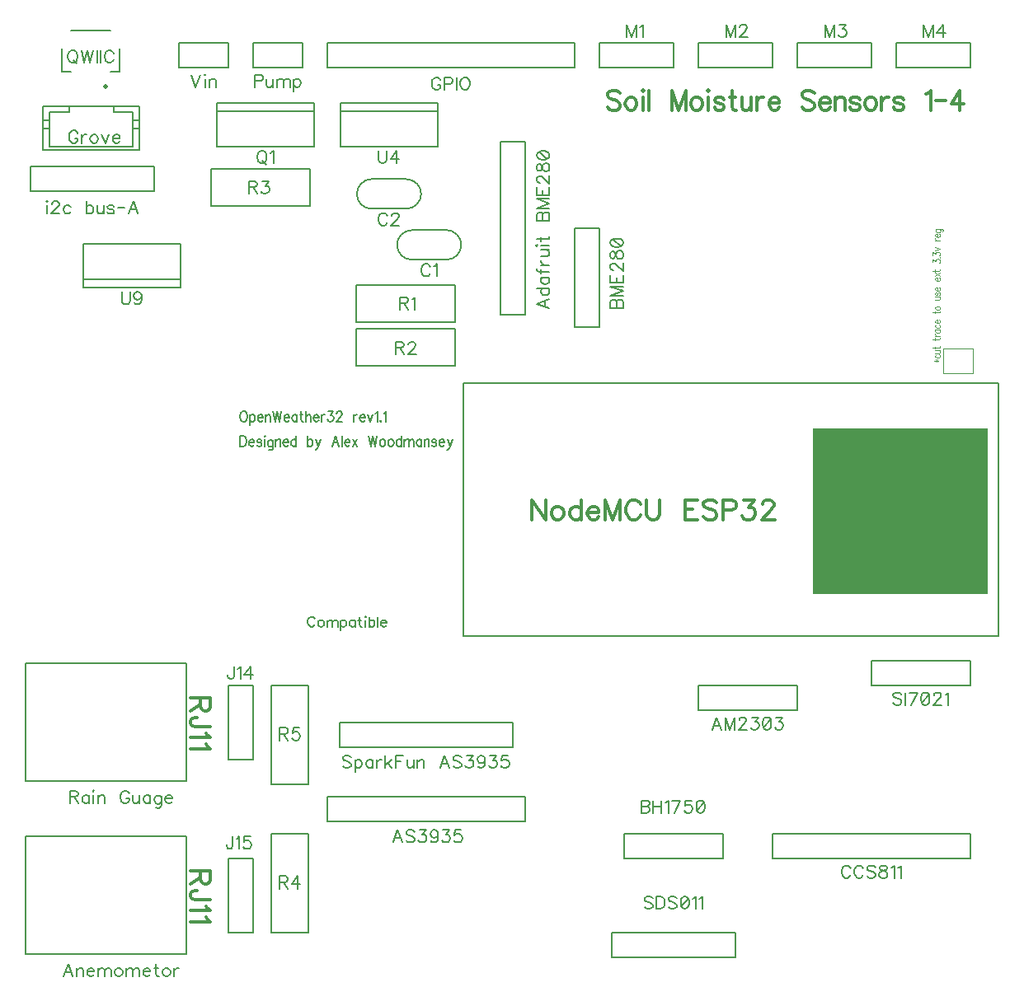
<source format=gto>
G04 DipTrace 3.3.1.3*
G04 TopSilk.GTO*
%MOIN*%
G04 #@! TF.FileFunction,Legend,Top*
G04 #@! TF.Part,Single*
%ADD10C,0.007874*%
%ADD17C,0.003937*%
%ADD21C,0.019704*%
%ADD68C,0.00772*%
%ADD69C,0.012351*%
%ADD72C,0.006176*%
%ADD73C,0.003281*%
%FSLAX26Y26*%
G04*
G70*
G90*
G75*
G01*
G04 TopSilk*
%LPD*%
X634240Y3850005D2*
D10*
X834264D1*
Y3750000D1*
X634240D1*
Y3850005D1*
X1716692Y3091251D2*
X1576812D1*
X1716692Y2971251D2*
X1576812D1*
Y3091251D2*
G03X1576812Y2971251I-60J-60000D01*
G01*
X1716692D2*
G03X1716692Y3091251I60J60000D01*
G01*
X1414312Y3177500D2*
X1554192D1*
X1414312Y3297500D2*
X1554192D1*
Y3177500D2*
G03X1554192Y3297500I60J60000D01*
G01*
X1414312D2*
G03X1414312Y3177500I-60J-60000D01*
G01*
X160328Y3826044D2*
Y3731555D1*
X199709D2*
X160328D1*
X396561Y3826044D2*
Y3731555D1*
X357180D1*
Y3898857D2*
X199709D1*
D21*
X337503Y3672484D3*
X85728Y3591929D2*
D10*
X475492D1*
Y3414764D1*
X85728D1*
Y3591929D1*
X190068D2*
Y3568313D1*
X111336D1*
Y3430514D1*
X449885D1*
Y3568313D2*
Y3430514D1*
X371152Y3568313D2*
X449885D1*
X371152Y3591929D2*
Y3568313D1*
X85728Y3534846D2*
X111336D1*
X85728Y3503346D2*
X111336D1*
X449885Y3534846D2*
X475492D1*
X449885Y3503346D2*
X475492D1*
X934240Y3850005D2*
X1134264D1*
Y3750000D1*
X934240D1*
Y3850005D1*
X2384230Y250002D2*
X2884274D1*
Y150000D1*
X2384230D1*
Y250002D1*
X1234289Y800002D2*
X2034215D1*
Y700000D1*
X1234289D1*
Y800002D1*
X1984253Y999998D2*
X1284251D1*
Y1100000D1*
X1984253D1*
Y999998D1*
X3034289Y650002D2*
X3834215D1*
Y550000D1*
X3034289D1*
Y650002D1*
X2734234Y1250005D2*
X3134270D1*
Y1150000D1*
X2734234D1*
Y1250005D1*
X2433988Y650005D2*
X2834023D1*
Y550000D1*
X2433988D1*
Y650005D1*
X3434234Y1350005D2*
X3834270D1*
Y1250000D1*
X3434234D1*
Y1350005D1*
X2034254Y3450001D2*
X1934252D1*
Y2749999D1*
X2034254D1*
Y3450001D1*
X2334257Y3100018D2*
X2234252D1*
Y2699982D1*
X2334257D1*
Y3100018D1*
X2234272Y3749998D2*
X1234232D1*
Y3850000D1*
X2234272D1*
Y3749998D1*
X834247Y950019D2*
X934252D1*
Y1249981D1*
X834247D1*
Y950019D1*
Y250019D2*
X934252D1*
Y549981D1*
X834247D1*
Y250019D1*
X34230Y3350002D2*
X534274D1*
Y3250000D1*
X34230D1*
Y3350002D1*
X2334271Y3850005D2*
X2634233D1*
Y3750000D1*
X2334271D1*
Y3850005D1*
X2734271D2*
X3034233D1*
Y3750000D1*
X2734271D1*
Y3850005D1*
X3134271D2*
X3434233D1*
Y3750000D1*
X3134271D1*
Y3850005D1*
X3534271D2*
X3834233D1*
Y3750000D1*
X3534271D1*
Y3850005D1*
X787402Y3606299D2*
X1181102D1*
Y3429134D1*
X787402D1*
Y3606299D1*
Y3570866D2*
X1181102D1*
X1753333Y2718751D2*
X1352673D1*
Y2868751D2*
Y2718751D1*
X1753333Y2868751D2*
X1352673D1*
X1753333D2*
Y2718751D1*
X1352682Y2693749D2*
X1753323D1*
Y2543749D2*
Y2693749D1*
X1352682Y2543749D2*
X1753323D1*
X1352682D2*
Y2693749D1*
X1165831Y3187500D2*
X765171D1*
Y3337500D2*
Y3187500D1*
X1165831Y3337500D2*
X765171D1*
X1165831D2*
Y3187500D1*
X1009252Y249670D2*
Y650330D1*
X1159252D2*
X1009252D1*
X1159252Y249670D2*
Y650330D1*
Y249670D2*
X1009252D1*
X1159252Y1250330D2*
Y849670D1*
X1009252D2*
X1159252D1*
X1009252Y1250330D2*
Y849670D1*
Y1250330D2*
X1159252D1*
X664208Y637567D2*
X14213D1*
Y162356D1*
X664208D1*
Y637567D1*
Y1337567D2*
X14213D1*
Y862356D1*
X664208D1*
Y1337567D1*
X1784252Y2473622D2*
X3949606D1*
Y1450000D1*
X1784252D1*
Y2473622D1*
G36*
X3196713Y2288039D2*
X3905433D1*
Y1618795D1*
X3196713D1*
Y2288039D1*
G37*
X1287402Y3606299D2*
D10*
X1681102D1*
Y3429134D1*
X1287402D1*
Y3606299D1*
Y3570866D2*
X1681102D1*
X640601Y2858071D2*
X246900D1*
Y3035236D1*
X640601D1*
Y2858071D1*
Y2893504D2*
X246900D1*
X3725000Y2612500D2*
D17*
X3843751D1*
Y2512500D1*
X3725000D1*
Y2612500D1*
X684131Y3720541D2*
D68*
X703254Y3670301D1*
X722378Y3720541D1*
X737817D2*
X740193Y3718165D1*
X742625Y3720541D1*
X740193Y3722973D1*
X737817Y3720541D1*
X740193Y3703795D2*
Y3670301D1*
X758065Y3703795D2*
Y3670301D1*
Y3694233D2*
X765250Y3701418D1*
X770058Y3703795D1*
X777188D1*
X781996Y3701418D1*
X784373Y3694233D1*
Y3670301D1*
X1650971Y2942354D2*
X1648594Y2947107D1*
X1643786Y2951915D1*
X1639032Y2954292D1*
X1629471D1*
X1624662Y2951915D1*
X1619909Y2947107D1*
X1617477Y2942354D1*
X1615101Y2935169D1*
Y2923175D1*
X1617477Y2916045D1*
X1619909Y2911237D1*
X1624662Y2906484D1*
X1629471Y2904052D1*
X1639032D1*
X1643786Y2906484D1*
X1648594Y2911237D1*
X1650971Y2916045D1*
X1666410Y2944675D2*
X1671218Y2947107D1*
X1678403Y2954237D1*
Y2904052D1*
X1477721Y3148603D2*
X1475344Y3153356D1*
X1470536Y3158165D1*
X1465782Y3160541D1*
X1456221D1*
X1451412Y3158165D1*
X1446659Y3153356D1*
X1444227Y3148603D1*
X1441851Y3141418D1*
Y3129425D1*
X1444227Y3122295D1*
X1446659Y3117486D1*
X1451412Y3112733D1*
X1456221Y3110301D1*
X1465782D1*
X1470536Y3112733D1*
X1475344Y3117486D1*
X1477721Y3122295D1*
X1495592Y3148548D2*
Y3150924D1*
X1497968Y3155733D1*
X1500345Y3158109D1*
X1505153Y3160486D1*
X1514715D1*
X1519468Y3158109D1*
X1521845Y3155733D1*
X1524277Y3150924D1*
Y3146171D1*
X1521845Y3141363D1*
X1517092Y3134233D1*
X1493160Y3110301D1*
X1526653D1*
X200919Y3819076D2*
X196166Y3816754D1*
X191357Y3811946D1*
X188981Y3807138D1*
X186549Y3799953D1*
Y3788014D1*
X188981Y3780829D1*
X191357Y3776076D1*
X196166Y3771268D1*
X200919Y3768891D1*
X210481D1*
X215289Y3771268D1*
X220042Y3776076D1*
X222419Y3780829D1*
X224851Y3788014D1*
Y3799953D1*
X222419Y3807138D1*
X220042Y3811946D1*
X215289Y3816754D1*
X210481Y3819076D1*
X200919D1*
X208104Y3778453D2*
X222419Y3764083D1*
X240290Y3819076D2*
X252283Y3768836D1*
X264222Y3819076D1*
X276160Y3768836D1*
X288153Y3819076D1*
X303593D2*
Y3768836D1*
X319032Y3819076D2*
Y3768836D1*
X370341Y3807138D2*
X367964Y3811891D1*
X363156Y3816699D1*
X358403Y3819076D1*
X348841D1*
X344033Y3816699D1*
X339279Y3811891D1*
X336848Y3807138D1*
X334471Y3799953D1*
Y3787959D1*
X336848Y3780829D1*
X339279Y3776021D1*
X344033Y3771268D1*
X348841Y3768836D1*
X358403D1*
X363156Y3771268D1*
X367964Y3776021D1*
X370341Y3780829D1*
X226334Y3482040D2*
X223958Y3486794D1*
X219149Y3491602D1*
X214396Y3493979D1*
X204834D1*
X200026Y3491602D1*
X195273Y3486794D1*
X192841Y3482040D1*
X190464Y3474855D1*
Y3462862D1*
X192841Y3455732D1*
X195273Y3450924D1*
X200026Y3446171D1*
X204834Y3443739D1*
X214396D1*
X219149Y3446171D1*
X223958Y3450924D1*
X226334Y3455732D1*
Y3462862D1*
X214396D1*
X241773Y3477232D2*
Y3443739D1*
Y3462862D2*
X244205Y3470047D1*
X248958Y3474855D1*
X253767Y3477232D1*
X260952D1*
X288329D2*
X283576Y3474855D1*
X278768Y3470047D1*
X276391Y3462862D1*
Y3458109D1*
X278768Y3450924D1*
X283576Y3446171D1*
X288329Y3443739D1*
X295514D1*
X300323Y3446171D1*
X305076Y3450924D1*
X307508Y3458109D1*
Y3462862D1*
X305076Y3470047D1*
X300323Y3474855D1*
X295514Y3477232D1*
X288329D1*
X322947D2*
X337317Y3443739D1*
X351632Y3477232D1*
X367071Y3462862D2*
X395756D1*
Y3467670D1*
X393380Y3472479D1*
X391003Y3474855D1*
X386195Y3477232D1*
X379010D1*
X374256Y3474855D1*
X369448Y3470047D1*
X367071Y3462862D1*
Y3458109D1*
X369448Y3450924D1*
X374256Y3446171D1*
X379010Y3443739D1*
X386195D1*
X391003Y3446171D1*
X395756Y3450924D1*
X940486Y3694233D2*
X962041D1*
X969171Y3696610D1*
X971603Y3699041D1*
X973980Y3703795D1*
Y3710980D1*
X971603Y3715733D1*
X969171Y3718165D1*
X962041Y3720541D1*
X940486D1*
Y3670301D1*
X989419Y3703795D2*
Y3679863D1*
X991795Y3672733D1*
X996604Y3670301D1*
X1003789D1*
X1008542Y3672733D1*
X1015727Y3679863D1*
Y3703795D2*
Y3670301D1*
X1031166Y3703795D2*
Y3670301D1*
Y3694233D2*
X1038351Y3701418D1*
X1043160Y3703795D1*
X1050290D1*
X1055098Y3701418D1*
X1057475Y3694233D1*
Y3670301D1*
Y3694233D2*
X1064660Y3701418D1*
X1069468Y3703795D1*
X1076598D1*
X1081406Y3701418D1*
X1083838Y3694233D1*
Y3670301D1*
X1099278Y3703795D2*
Y3653555D1*
Y3696610D2*
X1104086Y3701363D1*
X1108839Y3703795D1*
X1116024D1*
X1120833Y3701363D1*
X1125586Y3696610D1*
X1128018Y3689425D1*
Y3684616D1*
X1125586Y3677486D1*
X1120833Y3672678D1*
X1116024Y3670301D1*
X1108839D1*
X1104086Y3672678D1*
X1099278Y3677486D1*
X2550167Y388356D2*
X2545414Y393165D1*
X2538229Y395541D1*
X2528667D1*
X2521482Y393165D1*
X2516674Y388356D1*
Y383603D1*
X2519106Y378795D1*
X2521482Y376418D1*
X2526235Y374041D1*
X2540605Y369233D1*
X2545414Y366856D1*
X2547790Y364425D1*
X2550167Y359671D1*
Y352486D1*
X2545414Y347733D1*
X2538229Y345301D1*
X2528667D1*
X2521482Y347733D1*
X2516674Y352486D1*
X2565606Y395541D2*
Y345301D1*
X2582353D1*
X2589538Y347733D1*
X2594346Y352486D1*
X2596723Y357295D1*
X2599100Y364425D1*
Y376418D1*
X2596723Y383603D1*
X2594346Y388356D1*
X2589538Y393165D1*
X2582353Y395541D1*
X2565606D1*
X2648032Y388356D2*
X2643279Y393165D1*
X2636094Y395541D1*
X2626532D1*
X2619347Y393165D1*
X2614539Y388356D1*
Y383603D1*
X2616971Y378795D1*
X2619347Y376418D1*
X2624100Y374041D1*
X2638471Y369233D1*
X2643279Y366856D1*
X2645656Y364425D1*
X2648032Y359671D1*
Y352486D1*
X2643279Y347733D1*
X2636094Y345301D1*
X2626532D1*
X2619347Y347733D1*
X2614539Y352486D1*
X2677842Y395486D2*
X2670656Y393109D1*
X2665848Y385924D1*
X2663471Y373986D1*
Y366801D1*
X2665848Y354863D1*
X2670656Y347678D1*
X2677842Y345301D1*
X2682595D1*
X2689780Y347678D1*
X2694533Y354863D1*
X2696965Y366801D1*
Y373986D1*
X2694533Y385924D1*
X2689780Y393109D1*
X2682595Y395486D1*
X2677842D1*
X2694533Y385924D2*
X2665848Y354863D1*
X2712404Y385924D2*
X2717212Y388356D1*
X2724398Y395486D1*
Y345301D1*
X2739837Y385924D2*
X2744645Y388356D1*
X2751830Y395486D1*
Y345301D1*
X1538509Y614051D2*
X1519331Y664291D1*
X1500207Y614051D1*
X1507392Y630797D2*
X1531324D1*
X1587442Y657106D2*
X1582688Y661914D1*
X1575503Y664291D1*
X1565942D1*
X1558757Y661914D1*
X1553948Y657106D1*
Y652352D1*
X1556380Y647544D1*
X1558757Y645167D1*
X1563510Y642791D1*
X1577880Y637982D1*
X1582688Y635606D1*
X1585065Y633174D1*
X1587442Y628421D1*
Y621236D1*
X1582688Y616483D1*
X1575503Y614051D1*
X1565942D1*
X1558757Y616483D1*
X1553948Y621236D1*
X1607689Y664235D2*
X1633942D1*
X1619628Y645112D1*
X1626813D1*
X1631566Y642736D1*
X1633942Y640359D1*
X1636374Y633174D1*
Y628421D1*
X1633942Y621236D1*
X1629189Y616427D1*
X1622004Y614051D1*
X1614819D1*
X1607689Y616427D1*
X1605313Y618859D1*
X1602881Y623612D1*
X1682930Y647544D2*
X1680498Y640359D1*
X1675745Y635550D1*
X1668560Y633174D1*
X1666184D1*
X1658998Y635550D1*
X1654245Y640359D1*
X1651813Y647544D1*
Y649921D1*
X1654245Y657106D1*
X1658998Y661859D1*
X1666184Y664235D1*
X1668560D1*
X1675745Y661859D1*
X1680498Y657106D1*
X1682930Y647544D1*
Y635550D1*
X1680498Y623612D1*
X1675745Y616427D1*
X1668560Y614051D1*
X1663807D1*
X1656622Y616427D1*
X1654245Y621236D1*
X1703178Y664235D2*
X1729431D1*
X1715116Y645112D1*
X1722301D1*
X1727054Y642736D1*
X1729431Y640359D1*
X1731863Y633174D1*
Y628421D1*
X1729431Y621236D1*
X1724678Y616427D1*
X1717493Y614051D1*
X1710308D1*
X1703178Y616427D1*
X1700801Y618859D1*
X1698369Y623612D1*
X1775987Y664235D2*
X1752110D1*
X1749734Y642736D1*
X1752110Y645112D1*
X1759296Y647544D1*
X1766425D1*
X1773610Y645112D1*
X1778419Y640359D1*
X1780795Y633174D1*
Y628421D1*
X1778419Y621236D1*
X1773610Y616427D1*
X1766425Y614051D1*
X1759296D1*
X1752110Y616427D1*
X1749734Y618859D1*
X1747302Y623612D1*
X1331325Y958435D2*
X1326571Y963243D1*
X1319386Y965620D1*
X1309825D1*
X1302640Y963243D1*
X1297831Y958435D1*
Y953682D1*
X1300263Y948873D1*
X1302640Y946497D1*
X1307393Y944120D1*
X1321763Y939312D1*
X1326571Y936935D1*
X1328948Y934503D1*
X1331325Y929750D1*
Y922565D1*
X1326571Y917812D1*
X1319386Y915380D1*
X1309825D1*
X1302640Y917812D1*
X1297831Y922565D1*
X1346764Y948873D2*
Y898633D1*
Y941688D2*
X1351572Y946442D1*
X1356325Y948873D1*
X1363510D1*
X1368319Y946442D1*
X1373072Y941688D1*
X1375504Y934503D1*
Y929695D1*
X1373072Y922565D1*
X1368319Y917757D1*
X1363510Y915380D1*
X1356325D1*
X1351572Y917757D1*
X1346764Y922565D1*
X1419628Y948873D2*
Y915380D1*
Y941688D2*
X1414875Y946497D1*
X1410066Y948873D1*
X1402937D1*
X1398128Y946497D1*
X1393375Y941688D1*
X1390943Y934503D1*
Y929750D1*
X1393375Y922565D1*
X1398128Y917812D1*
X1402937Y915380D1*
X1410066D1*
X1414875Y917812D1*
X1419628Y922565D1*
X1435067Y948873D2*
Y915380D1*
Y934503D2*
X1437499Y941688D1*
X1442252Y946497D1*
X1447061Y948873D1*
X1454246D1*
X1469685Y965620D2*
Y915380D1*
X1493617Y948873D2*
X1469685Y924942D1*
X1479247Y934503D2*
X1495993Y915380D1*
X1542549Y965620D2*
X1511433D1*
Y915380D1*
Y941688D2*
X1530556D1*
X1557989Y948873D2*
Y924942D1*
X1560365Y917812D1*
X1565174Y915380D1*
X1572359D1*
X1577112Y917812D1*
X1584297Y924942D1*
Y948873D2*
Y915380D1*
X1599736Y948873D2*
Y915380D1*
Y939312D2*
X1606921Y946497D1*
X1611730Y948873D1*
X1618859D1*
X1623668Y946497D1*
X1626044Y939312D1*
Y915380D1*
X1728386D2*
X1709208Y965620D1*
X1690085Y915380D1*
X1697270Y932127D2*
X1721201D1*
X1777319Y958435D2*
X1772566Y963243D1*
X1765381Y965620D1*
X1755819D1*
X1748634Y963243D1*
X1743826Y958435D1*
Y953682D1*
X1746258Y948873D1*
X1748634Y946497D1*
X1753387Y944120D1*
X1767757Y939312D1*
X1772566Y936935D1*
X1774942Y934503D1*
X1777319Y929750D1*
Y922565D1*
X1772566Y917812D1*
X1765381Y915380D1*
X1755819D1*
X1748634Y917812D1*
X1743826Y922565D1*
X1797567Y965565D2*
X1823820D1*
X1809505Y946442D1*
X1816690D1*
X1821443Y944065D1*
X1823820Y941688D1*
X1826252Y934503D1*
Y929750D1*
X1823820Y922565D1*
X1819067Y917757D1*
X1811882Y915380D1*
X1804696D1*
X1797567Y917757D1*
X1795190Y920188D1*
X1792758Y924942D1*
X1872808Y948873D2*
X1870376Y941688D1*
X1865623Y936880D1*
X1858438Y934503D1*
X1856061D1*
X1848876Y936880D1*
X1844123Y941688D1*
X1841691Y948873D1*
Y951250D1*
X1844123Y958435D1*
X1848876Y963188D1*
X1856061Y965565D1*
X1858438D1*
X1865623Y963188D1*
X1870376Y958435D1*
X1872808Y948873D1*
Y936880D1*
X1870376Y924942D1*
X1865623Y917757D1*
X1858438Y915380D1*
X1853684D1*
X1846499Y917757D1*
X1844123Y922565D1*
X1893055Y965565D2*
X1919308D1*
X1904994Y946442D1*
X1912179D1*
X1916932Y944065D1*
X1919308Y941688D1*
X1921740Y934503D1*
Y929750D1*
X1919308Y922565D1*
X1914555Y917757D1*
X1907370Y915380D1*
X1900185D1*
X1893055Y917757D1*
X1890679Y920188D1*
X1888247Y924942D1*
X1965864Y965565D2*
X1941988D1*
X1939611Y944065D1*
X1941988Y946442D1*
X1949173Y948873D1*
X1956303D1*
X1963488Y946442D1*
X1968296Y941688D1*
X1970673Y934503D1*
Y929750D1*
X1968296Y922565D1*
X1963488Y917757D1*
X1956303Y915380D1*
X1949173D1*
X1941988Y917757D1*
X1939611Y920188D1*
X1937179Y924942D1*
X3350195Y508603D2*
X3347818Y513356D1*
X3343010Y518165D1*
X3338256Y520541D1*
X3328695D1*
X3323886Y518165D1*
X3319133Y513356D1*
X3316701Y508603D1*
X3314325Y501418D1*
Y489425D1*
X3316701Y482295D1*
X3319133Y477486D1*
X3323886Y472733D1*
X3328695Y470301D1*
X3338256D1*
X3343010Y472733D1*
X3347818Y477486D1*
X3350195Y482295D1*
X3401504Y508603D2*
X3399127Y513356D1*
X3394319Y518165D1*
X3389566Y520541D1*
X3380004D1*
X3375196Y518165D1*
X3370442Y513356D1*
X3368010Y508603D1*
X3365634Y501418D1*
Y489425D1*
X3368010Y482295D1*
X3370442Y477486D1*
X3375196Y472733D1*
X3380004Y470301D1*
X3389566D1*
X3394319Y472733D1*
X3399127Y477486D1*
X3401504Y482295D1*
X3450436Y513356D2*
X3445683Y518165D1*
X3438498Y520541D1*
X3428937D1*
X3421752Y518165D1*
X3416943Y513356D1*
Y508603D1*
X3419375Y503795D1*
X3421752Y501418D1*
X3426505Y499041D1*
X3440875Y494233D1*
X3445683Y491856D1*
X3448060Y489425D1*
X3450436Y484671D1*
Y477486D1*
X3445683Y472733D1*
X3438498Y470301D1*
X3428937D1*
X3421752Y472733D1*
X3416943Y477486D1*
X3477814Y520486D2*
X3470684Y518109D1*
X3468252Y513356D1*
Y508548D1*
X3470684Y503795D1*
X3475437Y501363D1*
X3484999Y498986D1*
X3492184Y496610D1*
X3496937Y491801D1*
X3499314Y487048D1*
Y479863D1*
X3496937Y475110D1*
X3494561Y472678D1*
X3487376Y470301D1*
X3477814D1*
X3470684Y472678D1*
X3468252Y475110D1*
X3465876Y479863D1*
Y487048D1*
X3468252Y491801D1*
X3473061Y496610D1*
X3480190Y498986D1*
X3489752Y501363D1*
X3494561Y503795D1*
X3496937Y508548D1*
Y513356D1*
X3494561Y518109D1*
X3487376Y520486D1*
X3477814D1*
X3514753Y510924D2*
X3519561Y513356D1*
X3526746Y520486D1*
Y470301D1*
X3542186Y510924D2*
X3546994Y513356D1*
X3554179Y520486D1*
Y470301D1*
X2828695Y1070301D2*
X2809516Y1120541D1*
X2790393Y1070301D1*
X2797578Y1087048D2*
X2821510D1*
X2882381Y1070301D2*
Y1120541D1*
X2863257Y1070301D1*
X2844134Y1120541D1*
Y1070301D1*
X2900252Y1108548D2*
Y1110924D1*
X2902628Y1115733D1*
X2905005Y1118109D1*
X2909813Y1120486D1*
X2919375D1*
X2924128Y1118109D1*
X2926505Y1115733D1*
X2928937Y1110924D1*
Y1106171D1*
X2926505Y1101363D1*
X2921752Y1094233D1*
X2897820Y1070301D1*
X2931313D1*
X2951561Y1120486D2*
X2977814D1*
X2963499Y1101363D1*
X2970684D1*
X2975437Y1098986D1*
X2977814Y1096610D1*
X2980246Y1089425D1*
Y1084671D1*
X2977814Y1077486D1*
X2973061Y1072678D1*
X2965876Y1070301D1*
X2958691D1*
X2951561Y1072678D1*
X2949184Y1075110D1*
X2946752Y1079863D1*
X3010055Y1120486D2*
X3002870Y1118109D1*
X2998062Y1110924D1*
X2995685Y1098986D1*
Y1091801D1*
X2998062Y1079863D1*
X3002870Y1072678D1*
X3010055Y1070301D1*
X3014808D1*
X3021993Y1072678D1*
X3026746Y1079863D1*
X3029178Y1091801D1*
Y1098986D1*
X3026746Y1110924D1*
X3021993Y1118109D1*
X3014808Y1120486D1*
X3010055D1*
X3026746Y1110924D2*
X2998062Y1079863D1*
X3049426Y1120486D2*
X3075679D1*
X3061364Y1101363D1*
X3068549D1*
X3073302Y1098986D1*
X3075679Y1096610D1*
X3078111Y1089425D1*
Y1084671D1*
X3075679Y1077486D1*
X3070926Y1072678D1*
X3063741Y1070301D1*
X3056556D1*
X3049426Y1072678D1*
X3047049Y1075110D1*
X3044618Y1079863D1*
X2503806Y783854D2*
Y733614D1*
X2525361D1*
X2532546Y736046D1*
X2534922Y738423D1*
X2537299Y743176D1*
Y750361D1*
X2534922Y755169D1*
X2532546Y757546D1*
X2525361Y759923D1*
X2532546Y762354D1*
X2534922Y764731D1*
X2537299Y769484D1*
Y774293D1*
X2534922Y779046D1*
X2532546Y781478D1*
X2525361Y783854D1*
X2503806D1*
Y759923D2*
X2525361D1*
X2552738Y783854D2*
Y733614D1*
X2586232Y783854D2*
Y733614D1*
X2552738Y759923D2*
X2586232D1*
X2601671Y774237D2*
X2606479Y776669D1*
X2613664Y783799D1*
Y733614D1*
X2638665D2*
X2662597Y783799D1*
X2629104D1*
X2706721D2*
X2682845D1*
X2680468Y762299D1*
X2682845Y764676D1*
X2690030Y767108D1*
X2697159D1*
X2704344Y764676D1*
X2709153Y759923D1*
X2711529Y752738D1*
Y747984D1*
X2709153Y740799D1*
X2704344Y735991D1*
X2697159Y733614D1*
X2690030D1*
X2682845Y735991D1*
X2680468Y738423D1*
X2678036Y743176D1*
X2741339Y783799D2*
X2734154Y781422D1*
X2729345Y774237D1*
X2726969Y762299D1*
Y755114D1*
X2729345Y743176D1*
X2734154Y735991D1*
X2741339Y733614D1*
X2746092D1*
X2753277Y735991D1*
X2758030Y743176D1*
X2760462Y755114D1*
Y762299D1*
X2758030Y774237D1*
X2753277Y781422D1*
X2746092Y783799D1*
X2741339D1*
X2758030Y774237D2*
X2729345Y743176D1*
X3556164Y1213356D2*
X3551411Y1218165D1*
X3544226Y1220541D1*
X3534664D1*
X3527479Y1218165D1*
X3522670Y1213356D1*
Y1208603D1*
X3525102Y1203795D1*
X3527479Y1201418D1*
X3532232Y1199041D1*
X3546602Y1194233D1*
X3551411Y1191856D1*
X3553787Y1189425D1*
X3556164Y1184671D1*
Y1177486D1*
X3551411Y1172733D1*
X3544226Y1170301D1*
X3534664D1*
X3527479Y1172733D1*
X3522670Y1177486D1*
X3571603Y1220541D2*
Y1170301D1*
X3596604D2*
X3620536Y1220486D1*
X3587042D1*
X3650345D2*
X3643160Y1218109D1*
X3638351Y1210924D1*
X3635975Y1198986D1*
Y1191801D1*
X3638351Y1179863D1*
X3643160Y1172678D1*
X3650345Y1170301D1*
X3655098D1*
X3662283Y1172678D1*
X3667036Y1179863D1*
X3669468Y1191801D1*
Y1198986D1*
X3667036Y1210924D1*
X3662283Y1218109D1*
X3655098Y1220486D1*
X3650345D1*
X3667036Y1210924D2*
X3638351Y1179863D1*
X3687339Y1208548D2*
Y1210924D1*
X3689716Y1215733D1*
X3692092Y1218109D1*
X3696901Y1220486D1*
X3706463D1*
X3711216Y1218109D1*
X3713592Y1215733D1*
X3716024Y1210924D1*
Y1206171D1*
X3713592Y1201363D1*
X3708839Y1194233D1*
X3684907Y1170301D1*
X3718401D1*
X3733840Y1210924D2*
X3738648Y1213356D1*
X3745834Y1220486D1*
Y1170301D1*
X2132479Y2812201D2*
X2082239Y2793022D1*
X2132479Y2773899D1*
X2115732Y2781084D2*
Y2805016D1*
X2082239Y2856325D2*
X2132479D1*
X2106171D2*
X2101362Y2851572D1*
X2098986Y2846763D1*
Y2839578D1*
X2101362Y2834825D1*
X2106171Y2830017D1*
X2113356Y2827640D1*
X2118109D1*
X2125294Y2830017D1*
X2130047Y2834825D1*
X2132479Y2839578D1*
Y2846763D1*
X2130047Y2851572D1*
X2125294Y2856325D1*
X2098986Y2900449D2*
X2132479D1*
X2106171D2*
X2101362Y2895696D1*
X2098986Y2890887D1*
Y2883758D1*
X2101362Y2878949D1*
X2106171Y2874196D1*
X2113356Y2871764D1*
X2118109D1*
X2125294Y2874196D1*
X2130047Y2878949D1*
X2132479Y2883758D1*
Y2890887D1*
X2130047Y2895696D1*
X2125294Y2900449D1*
X2082239Y2935012D2*
Y2930258D1*
X2084616Y2925450D1*
X2091801Y2923073D1*
X2132479D1*
X2098986Y2915888D2*
Y2932635D1*
Y2950451D2*
X2132479D1*
X2113356D2*
X2106171Y2952883D1*
X2101362Y2957636D1*
X2098986Y2962444D1*
Y2969629D1*
Y2985069D2*
X2122917D1*
X2130047Y2987445D1*
X2132479Y2992254D1*
Y2999439D1*
X2130047Y3004192D1*
X2122917Y3011377D1*
X2098986D2*
X2132479D1*
X2082239Y3026816D2*
X2084615Y3029193D1*
X2082239Y3031625D1*
X2079807Y3029193D1*
X2082239Y3026816D1*
X2098986Y3029193D2*
X2132479D1*
X2082239Y3054249D2*
X2122917D1*
X2130047Y3056625D1*
X2132479Y3061434D1*
Y3066187D1*
X2098986Y3047064D2*
Y3063810D1*
X2082239Y3130227D2*
X2132479D1*
Y3151782D1*
X2130047Y3158967D1*
X2127670Y3161344D1*
X2122917Y3163721D1*
X2115732D1*
X2110924Y3161344D1*
X2108547Y3158967D1*
X2106171Y3151782D1*
X2103739Y3158967D1*
X2101362Y3161344D1*
X2096609Y3163721D1*
X2091801D1*
X2087047Y3161344D1*
X2084615Y3158967D1*
X2082239Y3151782D1*
Y3130227D1*
X2106171D2*
Y3151782D1*
X2132479Y3217406D2*
X2082239D1*
X2132479Y3198283D1*
X2082239Y3179160D1*
X2132479D1*
X2082239Y3263907D2*
Y3232846D1*
X2132479D1*
Y3263907D1*
X2106171Y3232846D2*
Y3251969D1*
X2094232Y3281778D2*
X2091856D1*
X2087047Y3284155D1*
X2084671Y3286531D1*
X2082294Y3291340D1*
Y3300901D1*
X2084671Y3305655D1*
X2087047Y3308031D1*
X2091856Y3310463D1*
X2096609D1*
X2101417Y3308031D1*
X2108547Y3303278D1*
X2132479Y3279346D1*
Y3312840D1*
X2082294Y3340217D2*
X2084671Y3333087D1*
X2089424Y3330656D1*
X2094232D1*
X2098986Y3333087D1*
X2101417Y3337841D1*
X2103794Y3347402D1*
X2106171Y3354587D1*
X2110979Y3359340D1*
X2115732Y3361717D1*
X2122917D1*
X2127670Y3359340D1*
X2130102Y3356964D1*
X2132479Y3349779D1*
Y3340217D1*
X2130102Y3333087D1*
X2127670Y3330656D1*
X2122917Y3328279D1*
X2115732D1*
X2110979Y3330656D1*
X2106171Y3335464D1*
X2103794Y3342594D1*
X2101417Y3352155D1*
X2098986Y3356964D1*
X2094232Y3359340D1*
X2089424D1*
X2084671Y3356964D1*
X2082294Y3349779D1*
Y3340217D1*
Y3391526D2*
X2084671Y3384341D1*
X2091856Y3379533D1*
X2103794Y3377156D1*
X2110979D1*
X2122917Y3379533D1*
X2130102Y3384341D1*
X2132479Y3391526D1*
Y3396280D1*
X2130102Y3403465D1*
X2122917Y3408218D1*
X2110979Y3410650D1*
X2103794D1*
X2091856Y3408218D1*
X2084671Y3403465D1*
X2082294Y3396280D1*
Y3391526D1*
X2091856Y3408218D2*
X2122917Y3379533D1*
X2379778Y2776670D2*
X2430018D1*
Y2798225D1*
X2427586Y2805410D1*
X2425210Y2807786D1*
X2420457Y2810163D1*
X2413272D1*
X2408463Y2807786D1*
X2406087Y2805410D1*
X2403710Y2798225D1*
X2401278Y2805410D1*
X2398902Y2807786D1*
X2394148Y2810163D1*
X2389340D1*
X2384587Y2807786D1*
X2382155Y2805410D1*
X2379778Y2798225D1*
Y2776670D1*
X2403710D2*
Y2798225D1*
X2430018Y2863849D2*
X2379778D1*
X2430018Y2844725D1*
X2379778Y2825602D1*
X2430018D1*
X2379778Y2910349D2*
Y2879288D1*
X2430018D1*
Y2910349D1*
X2403710Y2879288D2*
Y2898411D1*
X2391772Y2928220D2*
X2389395D1*
X2384587Y2930597D1*
X2382210Y2932974D1*
X2379834Y2937782D1*
Y2947344D1*
X2382210Y2952097D1*
X2384587Y2954473D1*
X2389395Y2956905D1*
X2394148D1*
X2398957Y2954473D1*
X2406087Y2949720D1*
X2430018Y2925788D1*
Y2959282D1*
X2379834Y2986659D2*
X2382210Y2979530D1*
X2386963Y2977098D1*
X2391772D1*
X2396525Y2979530D1*
X2398957Y2984283D1*
X2401333Y2993844D1*
X2403710Y3001029D1*
X2408518Y3005783D1*
X2413272Y3008159D1*
X2420457D1*
X2425210Y3005783D1*
X2427642Y3003406D1*
X2430018Y2996221D1*
Y2986659D1*
X2427642Y2979530D1*
X2425210Y2977098D1*
X2420457Y2974721D1*
X2413272D1*
X2408518Y2977098D1*
X2403710Y2981906D1*
X2401333Y2989036D1*
X2398957Y2998598D1*
X2396525Y3003406D1*
X2391772Y3005783D1*
X2386963D1*
X2382210Y3003406D1*
X2379834Y2996221D1*
Y2986659D1*
Y3037968D2*
X2382210Y3030783D1*
X2389395Y3025975D1*
X2401333Y3023598D1*
X2408518D1*
X2420457Y3025975D1*
X2427642Y3030783D1*
X2430018Y3037968D1*
Y3042722D1*
X2427642Y3049907D1*
X2420457Y3054660D1*
X2408518Y3057092D1*
X2401333D1*
X2389395Y3054660D1*
X2382210Y3049907D1*
X2379834Y3042722D1*
Y3037968D1*
X2389395Y3054660D2*
X2420457Y3025975D1*
X1693158Y3697432D2*
X1690782Y3702186D1*
X1685973Y3706994D1*
X1681220Y3709371D1*
X1671658D1*
X1666850Y3706994D1*
X1662097Y3702186D1*
X1659665Y3697432D1*
X1657288Y3690247D1*
Y3678254D1*
X1659665Y3671124D1*
X1662097Y3666316D1*
X1666850Y3661563D1*
X1671658Y3659131D1*
X1681220D1*
X1685973Y3661563D1*
X1690782Y3666316D1*
X1693158Y3671124D1*
Y3678254D1*
X1681220D1*
X1708597Y3683062D2*
X1730152D1*
X1737282Y3685439D1*
X1739714Y3687871D1*
X1742091Y3692624D1*
Y3699809D1*
X1739714Y3704562D1*
X1737282Y3706994D1*
X1730152Y3709371D1*
X1708597D1*
Y3659131D1*
X1757530Y3709371D2*
Y3659131D1*
X1787339Y3709371D2*
X1782531Y3706994D1*
X1777778Y3702186D1*
X1775346Y3697432D1*
X1772969Y3690247D1*
Y3678254D1*
X1775346Y3671124D1*
X1777778Y3666316D1*
X1782531Y3661563D1*
X1787339Y3659131D1*
X1796901D1*
X1801654Y3661563D1*
X1806463Y3666316D1*
X1808839Y3671124D1*
X1811216Y3678254D1*
Y3690247D1*
X1808839Y3697432D1*
X1806463Y3702186D1*
X1801654Y3706994D1*
X1796901Y3709371D1*
X1787339D1*
X856847Y1325045D2*
Y1286798D1*
X854470Y1279613D1*
X852038Y1277236D1*
X847285Y1274805D1*
X842477D1*
X837724Y1277236D1*
X835347Y1279613D1*
X832915Y1286798D1*
Y1291551D1*
X872286Y1315428D2*
X877095Y1317860D1*
X884280Y1324989D1*
Y1274805D1*
X923651D2*
Y1324989D1*
X899719Y1291551D1*
X935589D1*
X851785Y637593D2*
Y599347D1*
X849408Y592162D1*
X846976Y589785D1*
X842223Y587353D1*
X837414D1*
X832661Y589785D1*
X830285Y592162D1*
X827853Y599347D1*
Y604100D1*
X867224Y627976D2*
X872032Y630408D1*
X879217Y637538D1*
Y587353D1*
X923341Y637538D2*
X899465D1*
X897088Y616038D1*
X899465Y618415D1*
X906650Y620846D1*
X913780D1*
X920965Y618415D1*
X925773Y613661D1*
X928150Y606476D1*
Y601723D1*
X925773Y594538D1*
X920965Y589730D1*
X913780Y587353D1*
X906650D1*
X899465Y589730D1*
X897088Y592162D1*
X894656Y596915D1*
X98774Y3208041D2*
X101151Y3205665D1*
X103583Y3208041D1*
X101151Y3210473D1*
X98774Y3208041D1*
X101151Y3191295D2*
Y3157801D1*
X121454Y3196048D2*
Y3198424D1*
X123830Y3203233D1*
X126207Y3205609D1*
X131015Y3207986D1*
X140577D1*
X145330Y3205609D1*
X147707Y3203233D1*
X150139Y3198424D1*
Y3193671D1*
X147707Y3188863D1*
X142954Y3181733D1*
X119022Y3157801D1*
X152515D1*
X196695Y3184110D2*
X191886Y3188918D1*
X187078Y3191295D1*
X179948D1*
X175139Y3188918D1*
X170386Y3184110D1*
X167954Y3176925D1*
Y3172171D1*
X170386Y3164986D1*
X175139Y3160233D1*
X179948Y3157801D1*
X187078D1*
X191886Y3160233D1*
X196695Y3164986D1*
X260735Y3208041D2*
Y3157801D1*
Y3184110D2*
X265543Y3188918D1*
X270296Y3191295D1*
X277481D1*
X282235Y3188918D1*
X287043Y3184110D1*
X289420Y3176925D1*
Y3172171D1*
X287043Y3164986D1*
X282235Y3160233D1*
X277481Y3157801D1*
X270296D1*
X265543Y3160233D1*
X260735Y3164986D1*
X304859Y3191295D2*
Y3167363D1*
X307236Y3160233D1*
X312044Y3157801D1*
X319229D1*
X323982Y3160233D1*
X331167Y3167363D1*
Y3191295D2*
Y3157801D1*
X372915Y3184110D2*
X370538Y3188918D1*
X363353Y3191295D1*
X356168D1*
X348983Y3188918D1*
X346606Y3184110D1*
X348983Y3179356D1*
X353792Y3176925D1*
X365730Y3174548D1*
X370538Y3172171D1*
X372915Y3167363D1*
Y3164986D1*
X370538Y3160233D1*
X363353Y3157801D1*
X356168D1*
X348983Y3160233D1*
X346606Y3164986D1*
X388354Y3182894D2*
X415989D1*
X469730Y3157801D2*
X450551Y3208041D1*
X431428Y3157801D1*
X438613Y3174548D2*
X462545D1*
X2483408Y3872983D2*
Y3923223D1*
X2464285Y3872983D1*
X2445162Y3923223D1*
Y3872983D1*
X2498847Y3913606D2*
X2503656Y3916038D1*
X2510841Y3923168D1*
Y3872983D1*
X2885158D2*
Y3923223D1*
X2866035Y3872983D1*
X2846912Y3923223D1*
Y3872983D1*
X2903029Y3911230D2*
Y3913606D1*
X2905406Y3918415D1*
X2907783Y3920791D1*
X2912591Y3923168D1*
X2922153D1*
X2926906Y3920791D1*
X2929282Y3918415D1*
X2931714Y3913606D1*
Y3908853D1*
X2929282Y3904045D1*
X2924529Y3896915D1*
X2900598Y3872983D1*
X2934091D1*
X3285158D2*
Y3923223D1*
X3266035Y3872983D1*
X3246912Y3923223D1*
Y3872983D1*
X3305406Y3923168D2*
X3331659D1*
X3317344Y3904045D1*
X3324529D1*
X3329282Y3901668D1*
X3331659Y3899291D1*
X3334091Y3892106D1*
Y3887353D1*
X3331659Y3880168D1*
X3326906Y3875360D1*
X3319721Y3872983D1*
X3312536D1*
X3305406Y3875360D1*
X3303029Y3877792D1*
X3300598Y3882545D1*
X3683970Y3872983D2*
Y3923223D1*
X3664847Y3872983D1*
X3645723Y3923223D1*
Y3872983D1*
X3723341D2*
Y3923168D1*
X3699409Y3889730D1*
X3735279D1*
X965755Y3412175D2*
X961002Y3409854D1*
X956193Y3405045D1*
X953817Y3400237D1*
X951385Y3393052D1*
Y3381114D1*
X953817Y3373929D1*
X956193Y3369175D1*
X961002Y3364367D1*
X965755Y3361990D1*
X975316D1*
X980125Y3364367D1*
X984878Y3369175D1*
X987255Y3373929D1*
X989686Y3381114D1*
Y3393052D1*
X987255Y3400237D1*
X984878Y3405045D1*
X980125Y3409854D1*
X975316Y3412175D1*
X965755D1*
X972940Y3371552D2*
X987255Y3357182D1*
X1005126Y3402558D2*
X1009934Y3404990D1*
X1017119Y3412120D1*
Y3361935D1*
X1528789Y2796611D2*
X1550289D1*
X1557474Y2799043D1*
X1559906Y2801419D1*
X1562282Y2806173D1*
Y2810981D1*
X1559906Y2815734D1*
X1557474Y2818166D1*
X1550289Y2820543D1*
X1528789D1*
Y2770303D1*
X1545536Y2796611D2*
X1562282Y2770303D1*
X1577722Y2810926D2*
X1582530Y2813358D1*
X1589715Y2820487D1*
Y2770303D1*
X1511790Y2615359D2*
X1533290D1*
X1540475Y2617791D1*
X1542906Y2620167D1*
X1545283Y2624921D1*
Y2629729D1*
X1542906Y2634482D1*
X1540475Y2636914D1*
X1533290Y2639291D1*
X1511790D1*
Y2589051D1*
X1528536Y2615359D2*
X1545283Y2589051D1*
X1563154Y2627297D2*
Y2629674D1*
X1565531Y2634482D1*
X1567907Y2636859D1*
X1572716Y2639235D1*
X1582277D1*
X1587031Y2636859D1*
X1589407Y2634482D1*
X1591839Y2629674D1*
Y2624921D1*
X1589407Y2620112D1*
X1584654Y2612982D1*
X1560722Y2589051D1*
X1594216D1*
X918038Y3265360D2*
X939538D1*
X946723Y3267791D1*
X949155Y3270168D1*
X951532Y3274921D1*
Y3279730D1*
X949155Y3284483D1*
X946723Y3286915D1*
X939538Y3289291D1*
X918038D1*
Y3239051D1*
X934785Y3265360D2*
X951532Y3239051D1*
X971779Y3289236D2*
X998032D1*
X983718Y3270113D1*
X990903D1*
X995656Y3267736D1*
X998032Y3265360D1*
X1000464Y3258175D1*
Y3253421D1*
X998032Y3246236D1*
X993279Y3241428D1*
X986094Y3239051D1*
X978909D1*
X971779Y3241428D1*
X969403Y3243860D1*
X966971Y3248613D1*
X1041851Y453474D2*
X1063351D1*
X1070536Y455906D1*
X1072967Y458282D1*
X1075344Y463035D1*
Y467844D1*
X1072967Y472597D1*
X1070536Y475029D1*
X1063351Y477405D1*
X1041851D1*
Y427165D1*
X1058597Y453474D2*
X1075344Y427165D1*
X1114715D2*
Y477350D1*
X1090783Y443912D1*
X1126653D1*
X1043039Y1053474D2*
X1064539D1*
X1071724Y1055906D1*
X1074156Y1058282D1*
X1076532Y1063035D1*
Y1067844D1*
X1074156Y1072597D1*
X1071724Y1075029D1*
X1064539Y1077405D1*
X1043039D1*
Y1027165D1*
X1059786Y1053474D2*
X1076532Y1027165D1*
X1120656Y1077350D2*
X1096780D1*
X1094403Y1055850D1*
X1096780Y1058227D1*
X1103965Y1060659D1*
X1111095D1*
X1118280Y1058227D1*
X1123088Y1053474D1*
X1125465Y1046289D1*
Y1041536D1*
X1123088Y1034351D1*
X1118280Y1029542D1*
X1111095Y1027165D1*
X1103965D1*
X1096780Y1029542D1*
X1094403Y1031974D1*
X1091972Y1036727D1*
X206195Y72565D2*
X187016Y122805D1*
X167893Y72565D1*
X175078Y89312D2*
X199010D1*
X221634Y106058D2*
Y72565D1*
Y96497D2*
X228819Y103682D1*
X233628Y106058D1*
X240757D1*
X245566Y103682D1*
X247942Y96497D1*
Y72565D1*
X263382Y91688D2*
X292067D1*
Y96497D1*
X289690Y101305D1*
X287313Y103682D1*
X282505Y106058D1*
X275320D1*
X270567Y103682D1*
X265758Y98873D1*
X263382Y91688D1*
Y86935D1*
X265758Y79750D1*
X270567Y74997D1*
X275320Y72565D1*
X282505D1*
X287313Y74997D1*
X292067Y79750D1*
X307506Y106058D2*
Y72565D1*
Y96497D2*
X314691Y103682D1*
X319499Y106058D1*
X326629D1*
X331438Y103682D1*
X333814Y96497D1*
Y72565D1*
Y96497D2*
X340999Y103682D1*
X345808Y106058D1*
X352937D1*
X357746Y103682D1*
X360178Y96497D1*
Y72565D1*
X387555Y106058D2*
X382802Y103682D1*
X377994Y98873D1*
X375617Y91688D1*
Y86935D1*
X377994Y79750D1*
X382802Y74997D1*
X387555Y72565D1*
X394740D1*
X399549Y74997D1*
X404302Y79750D1*
X406734Y86935D1*
Y91688D1*
X404302Y98873D1*
X399549Y103682D1*
X394740Y106058D1*
X387555D1*
X422173D2*
Y72565D1*
Y96497D2*
X429358Y103682D1*
X434166Y106058D1*
X441296D1*
X446105Y103682D1*
X448481Y96497D1*
Y72565D1*
Y96497D2*
X455666Y103682D1*
X460475Y106058D1*
X467605D1*
X472413Y103682D1*
X474845Y96497D1*
Y72565D1*
X490284Y91688D2*
X518969D1*
Y96497D1*
X516592Y101305D1*
X514216Y103682D1*
X509407Y106058D1*
X502222D1*
X497469Y103682D1*
X492661Y98873D1*
X490284Y91688D1*
Y86935D1*
X492661Y79750D1*
X497469Y74997D1*
X502222Y72565D1*
X509407D1*
X514216Y74997D1*
X518969Y79750D1*
X541593Y122805D2*
Y82127D1*
X543970Y74997D1*
X548778Y72565D1*
X553531D1*
X534408Y106058D2*
X551155D1*
X580909D2*
X576156Y103682D1*
X571347Y98873D1*
X568971Y91688D1*
Y86935D1*
X571347Y79750D1*
X576156Y74997D1*
X580909Y72565D1*
X588094D1*
X592902Y74997D1*
X597656Y79750D1*
X600087Y86935D1*
Y91688D1*
X597656Y98873D1*
X592902Y103682D1*
X588094Y106058D1*
X580909D1*
X615527D2*
Y72565D1*
Y91688D2*
X617959Y98873D1*
X622712Y103682D1*
X627520Y106058D1*
X634705D1*
X194478Y798873D2*
X215978D1*
X223163Y801305D1*
X225595Y803682D1*
X227971Y808435D1*
Y813243D1*
X225595Y817997D1*
X223163Y820428D1*
X215978Y822805D1*
X194478D1*
Y772565D1*
X211224Y798873D2*
X227971Y772565D1*
X272095Y806058D2*
Y772565D1*
Y798873D2*
X267342Y803682D1*
X262534Y806058D1*
X255404D1*
X250595Y803682D1*
X245842Y798873D1*
X243410Y791688D1*
Y786935D1*
X245842Y779750D1*
X250595Y774997D1*
X255404Y772565D1*
X262534D1*
X267342Y774997D1*
X272095Y779750D1*
X287535Y822805D2*
X289911Y820428D1*
X292343Y822805D1*
X289911Y825237D1*
X287535Y822805D1*
X289911Y806058D2*
Y772565D1*
X307782Y806058D2*
Y772565D1*
Y796497D2*
X314967Y803682D1*
X319776Y806058D1*
X326905D1*
X331714Y803682D1*
X334091Y796497D1*
Y772565D1*
X434001Y810867D2*
X431624Y815620D1*
X426816Y820428D1*
X422062Y822805D1*
X412501D1*
X407692Y820428D1*
X402939Y815620D1*
X400507Y810867D1*
X398131Y803682D1*
Y791688D1*
X400507Y784559D1*
X402939Y779750D1*
X407692Y774997D1*
X412501Y772565D1*
X422062D1*
X426816Y774997D1*
X431624Y779750D1*
X434001Y784559D1*
Y791688D1*
X422062D1*
X449440Y806058D2*
Y782127D1*
X451817Y774997D1*
X456625Y772565D1*
X463810D1*
X468563Y774997D1*
X475748Y782127D1*
Y806058D2*
Y772565D1*
X519872Y806058D2*
Y772565D1*
Y798873D2*
X515119Y803682D1*
X510311Y806058D1*
X503181D1*
X498372Y803682D1*
X493619Y798873D1*
X491187Y791688D1*
Y786935D1*
X493619Y779750D1*
X498372Y774997D1*
X503181Y772565D1*
X510311D1*
X515119Y774997D1*
X519872Y779750D1*
X563996Y803682D2*
Y765380D1*
X561620Y758250D1*
X559243Y755818D1*
X554435Y753442D1*
X547250D1*
X542497Y755818D1*
X563996Y796497D2*
X559243Y801250D1*
X554435Y803682D1*
X547250D1*
X542497Y801250D1*
X537688Y796497D1*
X535312Y789312D1*
Y784503D1*
X537688Y777374D1*
X542497Y772565D1*
X547250Y770188D1*
X554435D1*
X559243Y772565D1*
X563996Y777374D1*
X579436Y791688D2*
X608121D1*
Y796497D1*
X605744Y801305D1*
X603367Y803682D1*
X598559Y806058D1*
X591374D1*
X586621Y803682D1*
X581812Y798873D1*
X579436Y791688D1*
Y786935D1*
X581812Y779750D1*
X586621Y774997D1*
X591374Y772565D1*
X598559D1*
X603367Y774997D1*
X608121Y779750D1*
X1441851Y3412175D2*
Y3376305D1*
X1444227Y3369120D1*
X1449036Y3364367D1*
X1456221Y3361935D1*
X1460974D1*
X1468159Y3364367D1*
X1472967Y3369120D1*
X1475344Y3376305D1*
Y3412175D1*
X1514715Y3361935D2*
Y3412120D1*
X1490783Y3378682D1*
X1526653D1*
X403726Y2841112D2*
Y2805242D1*
X406103Y2798057D1*
X410911Y2793304D1*
X418096Y2790872D1*
X422849D1*
X430034Y2793304D1*
X434843Y2798057D1*
X437219Y2805242D1*
Y2841112D1*
X483775Y2824366D2*
X481343Y2817180D1*
X476590Y2812372D1*
X469405Y2809995D1*
X467029D1*
X459844Y2812372D1*
X455090Y2817180D1*
X452659Y2824366D1*
Y2826742D1*
X455090Y2833927D1*
X459844Y2838680D1*
X467029Y2841057D1*
X469405D1*
X476590Y2838680D1*
X481343Y2833927D1*
X483775Y2824366D1*
Y2812372D1*
X481343Y2800434D1*
X476590Y2793249D1*
X469405Y2790872D1*
X464652D1*
X457467Y2793249D1*
X455090Y2798057D1*
X2116831Y2000054D2*
D69*
Y1919670D1*
X2063241Y2000054D1*
Y1919670D1*
X2160635Y1973259D2*
X2153030Y1969457D1*
X2145336Y1961763D1*
X2141533Y1950267D1*
Y1942662D1*
X2145336Y1931166D1*
X2153030Y1923561D1*
X2160635Y1919670D1*
X2172131D1*
X2179824Y1923561D1*
X2187429Y1931166D1*
X2191320Y1942662D1*
Y1950267D1*
X2187429Y1961763D1*
X2179824Y1969457D1*
X2172131Y1973259D1*
X2160635D1*
X2261919Y2000054D2*
Y1919670D1*
Y1961763D2*
X2254314Y1969457D1*
X2246620Y1973259D1*
X2235124D1*
X2227519Y1969457D1*
X2219826Y1961763D1*
X2216023Y1950267D1*
Y1942662D1*
X2219826Y1931166D1*
X2227519Y1923561D1*
X2235124Y1919670D1*
X2246620D1*
X2254314Y1923561D1*
X2261919Y1931166D1*
X2286622Y1950267D2*
X2332517D1*
Y1957960D1*
X2328715Y1965654D1*
X2324912Y1969457D1*
X2317219Y1973259D1*
X2305723D1*
X2298118Y1969457D1*
X2290424Y1961763D1*
X2286622Y1950267D1*
Y1942662D1*
X2290424Y1931166D1*
X2298118Y1923561D1*
X2305723Y1919670D1*
X2317219D1*
X2324912Y1923561D1*
X2332517Y1931166D1*
X2418415Y1919670D2*
Y2000054D1*
X2387817Y1919670D1*
X2357220Y2000054D1*
Y1919670D1*
X2500509Y1980953D2*
X2496707Y1988558D1*
X2489013Y1996251D1*
X2481408Y2000054D1*
X2466110D1*
X2458416Y1996251D1*
X2450811Y1988558D1*
X2446920Y1980953D1*
X2443117Y1969457D1*
Y1950267D1*
X2446920Y1938859D1*
X2450811Y1931166D1*
X2458416Y1923561D1*
X2466110Y1919670D1*
X2481408D1*
X2489013Y1923561D1*
X2496707Y1931166D1*
X2500509Y1938859D1*
X2525212Y2000054D2*
Y1942662D1*
X2529015Y1931166D1*
X2536708Y1923561D1*
X2548204Y1919670D1*
X2555809D1*
X2567305Y1923561D1*
X2574999Y1931166D1*
X2578802Y1942662D1*
Y2000054D1*
X2730964D2*
X2681266D1*
Y1919670D1*
X2730964D1*
X2681266Y1961763D2*
X2711863D1*
X2809256Y1988558D2*
X2801651Y1996251D1*
X2790155Y2000054D1*
X2774857D1*
X2763361Y1996251D1*
X2755667Y1988558D1*
Y1980953D1*
X2759558Y1973259D1*
X2763361Y1969457D1*
X2770966Y1965654D1*
X2793958Y1957960D1*
X2801651Y1954158D1*
X2805454Y1950267D1*
X2809256Y1942662D1*
Y1931166D1*
X2801651Y1923561D1*
X2790155Y1919670D1*
X2774857D1*
X2763361Y1923561D1*
X2755667Y1931166D1*
X2833959Y1957960D2*
X2868447D1*
X2879855Y1961763D1*
X2883746Y1965654D1*
X2887548Y1973259D1*
Y1984755D1*
X2883746Y1992360D1*
X2879855Y1996251D1*
X2868447Y2000054D1*
X2833959D1*
Y1919670D1*
X2919945Y1999965D2*
X2961950D1*
X2939046Y1969368D1*
X2950542D1*
X2958147Y1965566D1*
X2961950Y1961763D1*
X2965841Y1950267D1*
Y1942662D1*
X2961950Y1931166D1*
X2954345Y1923472D1*
X2942848Y1919670D1*
X2931352D1*
X2919945Y1923472D1*
X2916142Y1927363D1*
X2912251Y1934968D1*
X2994434Y1980864D2*
Y1984667D1*
X2998237Y1992360D1*
X3002039Y1996163D1*
X3009733Y1999965D1*
X3025032D1*
X3032637Y1996163D1*
X3036439Y1992360D1*
X3040330Y1984667D1*
Y1977062D1*
X3036439Y1969368D1*
X3028834Y1957960D1*
X2990543Y1919670D1*
X3044133D1*
X2417721Y3644808D2*
X2410876Y3652502D1*
X2400530Y3656304D1*
X2386761D1*
X2376415Y3652502D1*
X2369491Y3644808D1*
Y3637203D1*
X2372993Y3629510D1*
X2376415Y3625707D1*
X2383259Y3621905D1*
X2403952Y3614211D1*
X2410876Y3610409D1*
X2414299Y3606518D1*
X2417721Y3598913D1*
Y3587416D1*
X2410876Y3579811D1*
X2400530Y3575920D1*
X2386761D1*
X2376415Y3579811D1*
X2369491Y3587416D1*
X2457145Y3629510D2*
X2450300Y3625707D1*
X2443376Y3618014D1*
X2439954Y3606518D1*
Y3598913D1*
X2443376Y3587416D1*
X2450300Y3579811D1*
X2457145Y3575920D1*
X2467491D1*
X2474415Y3579811D1*
X2481260Y3587416D1*
X2484762Y3598913D1*
Y3606518D1*
X2481260Y3618014D1*
X2474415Y3625707D1*
X2467491Y3629510D1*
X2457145D1*
X2506994Y3656304D2*
X2510417Y3652502D1*
X2513918Y3656304D1*
X2510417Y3660195D1*
X2506994Y3656304D1*
X2510417Y3629510D2*
Y3575920D1*
X2536151Y3656304D2*
Y3575920D1*
X2683444D2*
Y3656304D1*
X2655906Y3575920D1*
X2628369Y3656304D1*
Y3575920D1*
X2722867Y3629510D2*
X2716023Y3625707D1*
X2709099Y3618014D1*
X2705676Y3606518D1*
Y3598913D1*
X2709099Y3587416D1*
X2716023Y3579811D1*
X2722867Y3575920D1*
X2733214D1*
X2740138Y3579811D1*
X2746983Y3587416D1*
X2750484Y3598913D1*
Y3606518D1*
X2746983Y3618014D1*
X2740138Y3625707D1*
X2733214Y3629510D1*
X2722867D1*
X2772717Y3656304D2*
X2776139Y3652502D1*
X2779641Y3656304D1*
X2776139Y3660195D1*
X2772717Y3656304D1*
X2776139Y3629510D2*
Y3575920D1*
X2839758Y3618014D2*
X2836335Y3625707D1*
X2825989Y3629510D1*
X2815642D1*
X2805296Y3625707D1*
X2801874Y3618014D1*
X2805296Y3610409D1*
X2812220Y3606518D1*
X2829411Y3602715D1*
X2836335Y3598913D1*
X2839758Y3591219D1*
Y3587416D1*
X2836335Y3579811D1*
X2825989Y3575920D1*
X2815642D1*
X2805296Y3579811D1*
X2801874Y3587416D1*
X2872337Y3656304D2*
Y3591219D1*
X2875759Y3579811D1*
X2882683Y3575920D1*
X2889528D1*
X2861990Y3629510D2*
X2886105D1*
X2911760D2*
Y3591219D1*
X2915182Y3579811D1*
X2922107Y3575920D1*
X2932453D1*
X2939298Y3579811D1*
X2949644Y3591219D1*
Y3629510D2*
Y3575920D1*
X2971877Y3629510D2*
Y3575920D1*
Y3606518D2*
X2975378Y3618014D1*
X2982223Y3625707D1*
X2989147Y3629510D1*
X2999494D1*
X3021726Y3606518D2*
X3063032D1*
Y3614211D1*
X3059610Y3621905D1*
X3056188Y3625707D1*
X3049264Y3629510D1*
X3038917D1*
X3032073Y3625707D1*
X3025148Y3618014D1*
X3021726Y3606518D1*
Y3598913D1*
X3025148Y3587416D1*
X3032073Y3579811D1*
X3038917Y3575920D1*
X3049264D1*
X3056188Y3579811D1*
X3063032Y3587416D1*
X3203481Y3644808D2*
X3196636Y3652502D1*
X3186290Y3656304D1*
X3172521D1*
X3162174Y3652502D1*
X3155250Y3644808D1*
Y3637203D1*
X3158752Y3629510D1*
X3162174Y3625707D1*
X3169019Y3621905D1*
X3189712Y3614211D1*
X3196636Y3610409D1*
X3200058Y3606518D1*
X3203481Y3598913D1*
Y3587416D1*
X3196636Y3579811D1*
X3186290Y3575920D1*
X3172521D1*
X3162174Y3579811D1*
X3155250Y3587416D1*
X3225713Y3606518D2*
X3267019D1*
Y3614211D1*
X3263597Y3621905D1*
X3260175Y3625707D1*
X3253251Y3629510D1*
X3242904D1*
X3236060Y3625707D1*
X3229136Y3618014D1*
X3225713Y3606518D1*
Y3598913D1*
X3229136Y3587416D1*
X3236060Y3579811D1*
X3242904Y3575920D1*
X3253251D1*
X3260175Y3579811D1*
X3267019Y3587416D1*
X3289252Y3629510D2*
Y3575920D1*
Y3614211D2*
X3299598Y3625707D1*
X3306523Y3629510D1*
X3316789D1*
X3323714Y3625707D1*
X3327136Y3614211D1*
Y3575920D1*
X3387252Y3618014D2*
X3383830Y3625707D1*
X3373484Y3629510D1*
X3363137D1*
X3352791Y3625707D1*
X3349368Y3618014D1*
X3352791Y3610409D1*
X3359715Y3606518D1*
X3376906Y3602715D1*
X3383830Y3598913D1*
X3387252Y3591219D1*
Y3587416D1*
X3383830Y3579811D1*
X3373484Y3575920D1*
X3363137D1*
X3352791Y3579811D1*
X3349368Y3587416D1*
X3426676Y3629510D2*
X3419831Y3625707D1*
X3412907Y3618014D1*
X3409485Y3606518D1*
Y3598913D1*
X3412907Y3587416D1*
X3419831Y3579811D1*
X3426676Y3575920D1*
X3437022D1*
X3443947Y3579811D1*
X3450791Y3587416D1*
X3454293Y3598913D1*
Y3606518D1*
X3450791Y3618014D1*
X3443947Y3625707D1*
X3437022Y3629510D1*
X3426676D1*
X3476526D2*
Y3575920D1*
Y3606518D2*
X3480027Y3618014D1*
X3486872Y3625707D1*
X3493796Y3629510D1*
X3504143D1*
X3564259Y3618014D2*
X3560837Y3625707D1*
X3550490Y3629510D1*
X3540144D1*
X3529797Y3625707D1*
X3526375Y3618014D1*
X3529797Y3610409D1*
X3536722Y3606518D1*
X3553913Y3602715D1*
X3560837Y3598913D1*
X3564259Y3591219D1*
Y3587416D1*
X3560837Y3579811D1*
X3550490Y3575920D1*
X3540144D1*
X3529797Y3579811D1*
X3526375Y3587416D1*
X3656477Y3640917D2*
X3663401Y3644808D1*
X3673748Y3656216D1*
Y3575920D1*
X3695980Y3616068D2*
X3735774D1*
X3792468Y3575920D2*
Y3656216D1*
X3758007Y3602715D1*
X3809659D1*
X883006Y2257370D2*
D72*
Y2217178D1*
X895064D1*
X900237Y2219124D1*
X903699Y2222926D1*
X905411Y2226773D1*
X907122Y2232477D1*
Y2242071D1*
X905411Y2247819D1*
X903699Y2251622D1*
X900237Y2255469D1*
X895064Y2257370D1*
X883006D1*
X918238Y2232477D2*
X938891D1*
Y2236323D1*
X937180Y2240170D1*
X935469Y2242071D1*
X932007Y2243973D1*
X926833D1*
X923411Y2242071D1*
X919949Y2238225D1*
X918238Y2232477D1*
Y2228674D1*
X919949Y2222926D1*
X923411Y2219124D1*
X926833Y2217178D1*
X932007D1*
X935469Y2219124D1*
X938891Y2222926D1*
X968949Y2238225D2*
X967238Y2242071D1*
X962065Y2243973D1*
X956892D1*
X951718Y2242071D1*
X950007Y2238225D1*
X951718Y2234422D1*
X955181Y2232477D1*
X963776Y2230575D1*
X967238Y2228674D1*
X968949Y2224827D1*
Y2222926D1*
X967238Y2219124D1*
X962065Y2217178D1*
X956892D1*
X951718Y2219124D1*
X950007Y2222926D1*
X980066Y2257370D2*
X981777Y2255469D1*
X983528Y2257370D1*
X981777Y2259316D1*
X980066Y2257370D1*
X981777Y2243973D2*
Y2217178D1*
X1015297Y2242071D2*
Y2211430D1*
X1013586Y2205726D1*
X1011875Y2203781D1*
X1008413Y2201879D1*
X1003239D1*
X999817Y2203781D1*
X1015297Y2236323D2*
X1011875Y2240126D1*
X1008413Y2242071D1*
X1003239D1*
X999817Y2240126D1*
X996355Y2236323D1*
X994644Y2230575D1*
Y2226729D1*
X996355Y2221025D1*
X999817Y2217178D1*
X1003239Y2215277D1*
X1008413D1*
X1011875Y2217178D1*
X1015297Y2221025D1*
X1026413Y2243973D2*
Y2217178D1*
Y2236323D2*
X1031587Y2242071D1*
X1035049Y2243973D1*
X1040182D1*
X1043644Y2242071D1*
X1045355Y2236323D1*
Y2217178D1*
X1056472Y2232477D2*
X1077125D1*
Y2236323D1*
X1075413Y2240170D1*
X1073702Y2242071D1*
X1070240Y2243973D1*
X1065067D1*
X1061645Y2242071D1*
X1058183Y2238225D1*
X1056472Y2232477D1*
Y2228674D1*
X1058183Y2222926D1*
X1061645Y2219124D1*
X1065067Y2217178D1*
X1070240D1*
X1073702Y2219124D1*
X1077125Y2222926D1*
X1108894Y2257370D2*
Y2217178D1*
Y2238225D2*
X1105472Y2242071D1*
X1102010Y2243973D1*
X1096836D1*
X1093414Y2242071D1*
X1089952Y2238225D1*
X1088241Y2232477D1*
Y2228674D1*
X1089952Y2222926D1*
X1093414Y2219124D1*
X1096836Y2217178D1*
X1102010D1*
X1105472Y2219124D1*
X1108894Y2222926D1*
X1155003Y2257370D2*
Y2217178D1*
Y2238225D2*
X1158465Y2242071D1*
X1161887Y2243973D1*
X1167061D1*
X1170483Y2242071D1*
X1173945Y2238225D1*
X1175656Y2232477D1*
Y2228674D1*
X1173945Y2222926D1*
X1170483Y2219124D1*
X1167061Y2217178D1*
X1161887D1*
X1158465Y2219124D1*
X1155003Y2222926D1*
X1188523Y2243973D2*
X1198830Y2217178D1*
X1195408Y2209529D1*
X1191946Y2205682D1*
X1188523Y2203781D1*
X1186772D1*
X1209176Y2243973D2*
X1198830Y2217178D1*
X1282863D2*
X1269054Y2257370D1*
X1255285Y2217178D1*
X1260459Y2230575D2*
X1277689D1*
X1293979Y2257370D2*
Y2217178D1*
X1305095Y2232477D2*
X1325748D1*
Y2236323D1*
X1324037Y2240170D1*
X1322326Y2242071D1*
X1318864Y2243973D1*
X1313691D1*
X1310268Y2242071D1*
X1306806Y2238225D1*
X1305095Y2232477D1*
Y2228674D1*
X1306806Y2222926D1*
X1310268Y2219124D1*
X1313691Y2217178D1*
X1318864D1*
X1322326Y2219124D1*
X1325748Y2222926D1*
X1336865Y2243973D2*
X1355806Y2217178D1*
Y2243973D2*
X1336865Y2217178D1*
X1401915Y2257370D2*
X1410551Y2217178D1*
X1419146Y2257370D1*
X1427742Y2217178D1*
X1436377Y2257370D1*
X1456089Y2243973D2*
X1452667Y2242071D1*
X1449205Y2238225D1*
X1447493Y2232477D1*
Y2228674D1*
X1449205Y2222926D1*
X1452667Y2219124D1*
X1456089Y2217178D1*
X1461262D1*
X1464724Y2219124D1*
X1468146Y2222926D1*
X1469897Y2228674D1*
Y2232477D1*
X1468146Y2238225D1*
X1464724Y2242071D1*
X1461262Y2243973D1*
X1456089D1*
X1489609D2*
X1486187Y2242071D1*
X1482725Y2238225D1*
X1481014Y2232477D1*
Y2228674D1*
X1482725Y2222926D1*
X1486187Y2219124D1*
X1489609Y2217178D1*
X1494782D1*
X1498245Y2219124D1*
X1501667Y2222926D1*
X1503418Y2228674D1*
Y2232477D1*
X1501667Y2238225D1*
X1498245Y2242071D1*
X1494782Y2243973D1*
X1489609D1*
X1535187Y2257370D2*
Y2217178D1*
Y2238225D2*
X1531765Y2242071D1*
X1528303Y2243973D1*
X1523130D1*
X1519707Y2242071D1*
X1516245Y2238225D1*
X1514534Y2232477D1*
Y2228674D1*
X1516245Y2222926D1*
X1519707Y2219124D1*
X1523130Y2217178D1*
X1528303D1*
X1531765Y2219124D1*
X1535187Y2222926D1*
X1546303Y2243973D2*
Y2217178D1*
Y2236323D2*
X1551477Y2242071D1*
X1554939Y2243973D1*
X1560072D1*
X1563534Y2242071D1*
X1565245Y2236323D1*
Y2217178D1*
Y2236323D2*
X1570419Y2242071D1*
X1573881Y2243973D1*
X1579014D1*
X1582476Y2242071D1*
X1584227Y2236323D1*
Y2217178D1*
X1615996Y2243973D2*
Y2217178D1*
Y2238225D2*
X1612574Y2242071D1*
X1609112Y2243973D1*
X1603979D1*
X1600517Y2242071D1*
X1597094Y2238225D1*
X1595343Y2232477D1*
Y2228674D1*
X1597094Y2222926D1*
X1600517Y2219124D1*
X1603979Y2217178D1*
X1609112D1*
X1612574Y2219124D1*
X1615996Y2222926D1*
X1627113Y2243973D2*
Y2217178D1*
Y2236323D2*
X1632286Y2242071D1*
X1635748Y2243973D1*
X1640881D1*
X1644344Y2242071D1*
X1646055Y2236323D1*
Y2217178D1*
X1676113Y2238225D2*
X1674402Y2242071D1*
X1669229Y2243973D1*
X1664055D1*
X1658882Y2242071D1*
X1657171Y2238225D1*
X1658882Y2234422D1*
X1662344Y2232477D1*
X1670940Y2230575D1*
X1674402Y2228674D1*
X1676113Y2224827D1*
Y2222926D1*
X1674402Y2219124D1*
X1669229Y2217178D1*
X1664055D1*
X1658882Y2219124D1*
X1657171Y2222926D1*
X1687229Y2232477D2*
X1707882D1*
Y2236323D1*
X1706171Y2240170D1*
X1704460Y2242071D1*
X1700998Y2243973D1*
X1695825D1*
X1692402Y2242071D1*
X1688940Y2238225D1*
X1687229Y2232477D1*
Y2228674D1*
X1688940Y2222926D1*
X1692402Y2219124D1*
X1695825Y2217178D1*
X1700998D1*
X1704460Y2219124D1*
X1707882Y2222926D1*
X1720750Y2243973D2*
X1731056Y2217178D1*
X1727634Y2209529D1*
X1724172Y2205682D1*
X1720750Y2203781D1*
X1718999D1*
X1741403Y2243973D2*
X1731056Y2217178D1*
X3689444Y2563593D2*
D73*
X3706654D1*
X3693721Y2557836D2*
X3702343Y2569323D1*
X3693721D2*
X3702343Y2557836D1*
X3697319Y2588368D2*
X3694434Y2586060D1*
X3693008Y2583752D1*
Y2580329D1*
X3694434Y2578021D1*
X3697319Y2575740D1*
X3701630Y2574573D1*
X3704482D1*
X3708793Y2575740D1*
X3711645Y2578021D1*
X3713104Y2580329D1*
Y2583752D1*
X3711645Y2586060D1*
X3708793Y2588368D1*
X3693008Y2593617D2*
X3707367D1*
X3711645Y2594758D1*
X3713104Y2597066D1*
Y2600515D1*
X3711645Y2602796D1*
X3707367Y2606245D1*
X3693008D2*
X3713104D1*
X3682960Y2614943D2*
X3707367D1*
X3711645Y2616084D1*
X3713104Y2618392D1*
Y2620674D1*
X3693008Y2611495D2*
Y2619533D1*
X3682960Y2650539D2*
X3707367D1*
X3711645Y2651680D1*
X3713104Y2653988D1*
Y2656269D1*
X3693008Y2647090D2*
Y2655128D1*
Y2661518D2*
X3713104D1*
X3701630D2*
X3697319Y2662686D1*
X3694434Y2664967D1*
X3693008Y2667275D1*
Y2670724D1*
Y2689742D2*
X3713104D1*
X3697319D2*
X3694434Y2687461D1*
X3693008Y2685153D1*
Y2681730D1*
X3694434Y2679422D1*
X3697319Y2677141D1*
X3701630Y2675973D1*
X3704482D1*
X3708793Y2677141D1*
X3711645Y2679422D1*
X3713104Y2681730D1*
Y2685153D1*
X3711645Y2687461D1*
X3708793Y2689742D1*
X3697319Y2708787D2*
X3694434Y2706479D1*
X3693008Y2704171D1*
Y2700748D1*
X3694434Y2698440D1*
X3697319Y2696159D1*
X3701630Y2694992D1*
X3704482D1*
X3708793Y2696159D1*
X3711645Y2698440D1*
X3713104Y2700748D1*
Y2704171D1*
X3711645Y2706479D1*
X3708793Y2708787D1*
X3701630Y2714036D2*
Y2727805D1*
X3698745D1*
X3695860Y2726664D1*
X3694434Y2725523D1*
X3693008Y2723215D1*
Y2719767D1*
X3694434Y2717485D1*
X3697319Y2715177D1*
X3701630Y2714036D1*
X3704482D1*
X3708793Y2715177D1*
X3711645Y2717485D1*
X3713104Y2719767D1*
Y2723215D1*
X3711645Y2725523D1*
X3708793Y2727805D1*
X3682960Y2757670D2*
X3707367D1*
X3711645Y2758811D1*
X3713104Y2761119D1*
Y2763400D1*
X3693008Y2754221D2*
Y2762260D1*
Y2774380D2*
X3694434Y2772099D1*
X3697319Y2769791D1*
X3701630Y2768650D1*
X3704482D1*
X3708793Y2769791D1*
X3711645Y2772099D1*
X3713104Y2774380D1*
Y2777829D1*
X3711645Y2780137D1*
X3708793Y2782419D1*
X3704482Y2783586D1*
X3701630D1*
X3697319Y2782419D1*
X3694434Y2780137D1*
X3693008Y2777829D1*
Y2774380D1*
Y2810002D2*
X3707367D1*
X3711645Y2811143D1*
X3713104Y2813451D1*
Y2816900D1*
X3711645Y2819181D1*
X3707367Y2822630D1*
X3693008D2*
X3713104D1*
X3697319Y2840507D2*
X3694434Y2839367D1*
X3693008Y2835918D1*
Y2832469D1*
X3694434Y2829020D1*
X3697319Y2827879D1*
X3700171Y2829020D1*
X3701630Y2831328D1*
X3703056Y2837059D1*
X3704482Y2839367D1*
X3707367Y2840507D1*
X3708793D1*
X3711645Y2839367D1*
X3713104Y2835918D1*
Y2832469D1*
X3711645Y2829020D1*
X3708793Y2827879D1*
X3701630Y2845757D2*
Y2859526D1*
X3698745D1*
X3695860Y2858385D1*
X3694434Y2857244D1*
X3693008Y2854936D1*
Y2851487D1*
X3694434Y2849206D1*
X3697319Y2846898D1*
X3701630Y2845757D1*
X3704482D1*
X3708793Y2846898D1*
X3711645Y2849206D1*
X3713104Y2851487D1*
Y2854936D1*
X3711645Y2857244D1*
X3708793Y2859526D1*
X3701630Y2885942D2*
Y2899711D1*
X3698745D1*
X3695860Y2898570D1*
X3694434Y2897429D1*
X3693008Y2895121D1*
Y2891672D1*
X3694434Y2889391D1*
X3697319Y2887083D1*
X3701630Y2885942D1*
X3704482D1*
X3708793Y2887083D1*
X3711645Y2889391D1*
X3713104Y2891672D1*
Y2895121D1*
X3711645Y2897429D1*
X3708793Y2899711D1*
X3693008Y2904960D2*
X3713104Y2917588D1*
X3693008D2*
X3713104Y2904960D1*
X3682960Y2926286D2*
X3707367D1*
X3711645Y2927427D1*
X3713104Y2929735D1*
Y2932016D1*
X3693008Y2922837D2*
Y2930876D1*
X3682994Y2960741D2*
Y2973342D1*
X3694468Y2966471D1*
Y2969920D1*
X3695893Y2972201D1*
X3697319Y2973342D1*
X3701630Y2974510D1*
X3704482D1*
X3708793Y2973342D1*
X3711678Y2971061D1*
X3713104Y2967612D1*
Y2964163D1*
X3711678Y2960741D1*
X3710219Y2959600D1*
X3707367Y2958433D1*
X3710219Y2980900D2*
X3711678Y2979759D1*
X3713104Y2980900D1*
X3711678Y2982067D1*
X3710219Y2980900D1*
X3682994Y2989624D2*
Y3002226D1*
X3694468Y2995355D1*
Y2998803D1*
X3695893Y3001085D1*
X3697319Y3002226D1*
X3701630Y3003393D1*
X3704482D1*
X3708793Y3002226D1*
X3711678Y2999944D1*
X3713104Y2996495D1*
Y2993047D1*
X3711678Y2989624D1*
X3710219Y2988484D1*
X3707367Y2987316D1*
X3693008Y3008642D2*
X3713104Y3015540D1*
X3693008Y3022411D1*
Y3048827D2*
X3713104D1*
X3701630D2*
X3697319Y3049995D1*
X3694434Y3052276D1*
X3693008Y3054584D1*
Y3058033D1*
X3701630Y3063283D2*
Y3077051D1*
X3698745D1*
X3695860Y3075910D1*
X3694434Y3074770D1*
X3693008Y3072462D1*
Y3069013D1*
X3694434Y3066731D1*
X3697319Y3064423D1*
X3701630Y3063283D1*
X3704482D1*
X3708793Y3064423D1*
X3711645Y3066731D1*
X3713104Y3069013D1*
Y3072462D1*
X3711645Y3074770D1*
X3708793Y3077051D1*
X3694434Y3096069D2*
X3717415D1*
X3721693Y3094929D1*
X3723152Y3093788D1*
X3724578Y3091480D1*
Y3088031D1*
X3723152Y3085749D1*
X3698745Y3096069D2*
X3695893Y3093788D1*
X3694434Y3091480D1*
Y3088031D1*
X3695893Y3085749D1*
X3698745Y3083441D1*
X3703056Y3082301D1*
X3705941D1*
X3710219Y3083441D1*
X3713104Y3085749D1*
X3714530Y3088031D1*
Y3091480D1*
X3713104Y3093788D1*
X3710219Y3096069D1*
X1184947Y1517470D2*
D72*
X1183045Y1521273D1*
X1179198Y1525120D1*
X1175396Y1527021D1*
X1167747D1*
X1163900Y1525120D1*
X1160097Y1521273D1*
X1158152Y1517470D1*
X1156251Y1511722D1*
Y1502128D1*
X1158152Y1496424D1*
X1160097Y1492577D1*
X1163900Y1488774D1*
X1167747Y1486829D1*
X1175396D1*
X1179198Y1488774D1*
X1183045Y1492577D1*
X1184947Y1496424D1*
X1206848Y1513624D2*
X1203046Y1511722D1*
X1199199Y1507876D1*
X1197298Y1502128D1*
Y1498325D1*
X1199199Y1492577D1*
X1203046Y1488774D1*
X1206848Y1486829D1*
X1212597D1*
X1216443Y1488774D1*
X1220246Y1492577D1*
X1222191Y1498325D1*
Y1502128D1*
X1220246Y1507876D1*
X1216443Y1511722D1*
X1212597Y1513624D1*
X1206848D1*
X1234543D2*
Y1486829D1*
Y1505974D2*
X1240291Y1511722D1*
X1244138Y1513624D1*
X1249841D1*
X1253688Y1511722D1*
X1255589Y1505974D1*
Y1486829D1*
Y1505974D2*
X1261337Y1511722D1*
X1265184Y1513624D1*
X1270888D1*
X1274735Y1511722D1*
X1276680Y1505974D1*
Y1486829D1*
X1289032Y1513624D2*
Y1473432D1*
Y1507876D2*
X1292878Y1511678D1*
X1296681Y1513624D1*
X1302429D1*
X1306276Y1511678D1*
X1310078Y1507876D1*
X1312024Y1502128D1*
Y1498281D1*
X1310078Y1492577D1*
X1306276Y1488730D1*
X1302429Y1486829D1*
X1296681D1*
X1292878Y1488730D1*
X1289032Y1492577D1*
X1347323Y1513624D2*
Y1486829D1*
Y1507876D2*
X1343520Y1511722D1*
X1339674Y1513624D1*
X1333970D1*
X1330123Y1511722D1*
X1326321Y1507876D1*
X1324375Y1502128D1*
Y1498325D1*
X1326321Y1492577D1*
X1330123Y1488774D1*
X1333970Y1486829D1*
X1339674D1*
X1343520Y1488774D1*
X1347323Y1492577D1*
X1365422Y1527021D2*
Y1494478D1*
X1367324Y1488774D1*
X1371170Y1486829D1*
X1374973D1*
X1359674Y1513624D2*
X1373072D1*
X1387324Y1527021D2*
X1389226Y1525120D1*
X1391171Y1527021D1*
X1389226Y1528966D1*
X1387324Y1527021D1*
X1389226Y1513624D2*
Y1486829D1*
X1403523Y1527021D2*
Y1486829D1*
Y1507876D2*
X1407369Y1511722D1*
X1411172Y1513624D1*
X1416920D1*
X1420722Y1511722D1*
X1424569Y1507876D1*
X1426471Y1502128D1*
Y1498325D1*
X1424569Y1492577D1*
X1420722Y1488774D1*
X1416920Y1486829D1*
X1411172D1*
X1407369Y1488774D1*
X1403523Y1492577D1*
X1438822Y1527021D2*
Y1486829D1*
X1451173Y1502128D2*
X1474121D1*
Y1505974D1*
X1472220Y1509821D1*
X1470319Y1511722D1*
X1466472Y1513624D1*
X1460724D1*
X1456921Y1511722D1*
X1453075Y1507876D1*
X1451173Y1502128D1*
Y1498325D1*
X1453075Y1492577D1*
X1456921Y1488774D1*
X1460724Y1486829D1*
X1466472D1*
X1470319Y1488774D1*
X1474121Y1492577D1*
X893353Y2357370D2*
X889891Y2355469D1*
X886469Y2351622D1*
X884718Y2347819D1*
X883006Y2342071D1*
Y2332477D1*
X884718Y2326773D1*
X886469Y2322926D1*
X889891Y2319124D1*
X893353Y2317178D1*
X900237D1*
X903660Y2319124D1*
X907122Y2322926D1*
X908833Y2326773D1*
X910544Y2332477D1*
Y2342071D1*
X908833Y2347819D1*
X907122Y2351622D1*
X903660Y2355469D1*
X900237Y2357370D1*
X893353D1*
X921660Y2343973D2*
Y2303781D1*
Y2338225D2*
X925122Y2342027D1*
X928545Y2343973D1*
X933718D1*
X937180Y2342027D1*
X940602Y2338225D1*
X942353Y2332477D1*
Y2328630D1*
X940602Y2322926D1*
X937180Y2319079D1*
X933718Y2317178D1*
X928545D1*
X925122Y2319079D1*
X921660Y2322926D1*
X953469Y2332477D2*
X974123D1*
Y2336323D1*
X972411Y2340170D1*
X970700Y2342071D1*
X967238Y2343973D1*
X962065D1*
X958643Y2342071D1*
X955181Y2338225D1*
X953469Y2332477D1*
Y2328674D1*
X955181Y2322926D1*
X958643Y2319124D1*
X962065Y2317178D1*
X967238D1*
X970700Y2319124D1*
X974123Y2322926D1*
X985239Y2343973D2*
Y2317178D1*
Y2336323D2*
X990412Y2342071D1*
X993874Y2343973D1*
X999008D1*
X1002470Y2342071D1*
X1004181Y2336323D1*
Y2317178D1*
X1015297Y2357370D2*
X1023932Y2317178D1*
X1032528Y2357370D1*
X1041123Y2317178D1*
X1049759Y2357370D1*
X1060875Y2332477D2*
X1081528D1*
Y2336323D1*
X1079817Y2340170D1*
X1078106Y2342071D1*
X1074644Y2343973D1*
X1069470D1*
X1066048Y2342071D1*
X1062586Y2338225D1*
X1060875Y2332477D1*
Y2328674D1*
X1062586Y2322926D1*
X1066048Y2319124D1*
X1069470Y2317178D1*
X1074644D1*
X1078106Y2319124D1*
X1081528Y2322926D1*
X1113297Y2343973D2*
Y2317178D1*
Y2338225D2*
X1109875Y2342071D1*
X1106413Y2343973D1*
X1101280D1*
X1097818Y2342071D1*
X1094395Y2338225D1*
X1092644Y2332477D1*
Y2328674D1*
X1094395Y2322926D1*
X1097818Y2319124D1*
X1101280Y2317178D1*
X1106413D1*
X1109875Y2319124D1*
X1113297Y2322926D1*
X1129587Y2357370D2*
Y2324827D1*
X1131298Y2319124D1*
X1134760Y2317178D1*
X1138182D1*
X1124414Y2343973D2*
X1136471D1*
X1149299Y2357370D2*
Y2317178D1*
Y2336323D2*
X1154472Y2342071D1*
X1157934Y2343973D1*
X1163107D1*
X1166530Y2342071D1*
X1168241Y2336323D1*
Y2317178D1*
X1179357Y2332477D2*
X1200010D1*
Y2336323D1*
X1198299Y2340170D1*
X1196588Y2342071D1*
X1193126Y2343973D1*
X1187952D1*
X1184530Y2342071D1*
X1181068Y2338225D1*
X1179357Y2332477D1*
Y2328674D1*
X1181068Y2322926D1*
X1184530Y2319124D1*
X1187952Y2317178D1*
X1193126D1*
X1196588Y2319124D1*
X1200010Y2322926D1*
X1211126Y2343973D2*
Y2317178D1*
Y2332477D2*
X1212877Y2338225D1*
X1216300Y2342071D1*
X1219762Y2343973D1*
X1224935D1*
X1239513Y2357326D2*
X1258415D1*
X1248109Y2342027D1*
X1253282D1*
X1256704Y2340126D1*
X1258415Y2338225D1*
X1260166Y2332477D1*
Y2328674D1*
X1258415Y2322926D1*
X1254993Y2319079D1*
X1249820Y2317178D1*
X1244647D1*
X1239513Y2319079D1*
X1237802Y2321025D1*
X1236051Y2324827D1*
X1273033Y2347775D2*
Y2349677D1*
X1274745Y2353523D1*
X1276456Y2355425D1*
X1279918Y2357326D1*
X1286802D1*
X1290225Y2355425D1*
X1291936Y2353523D1*
X1293687Y2349677D1*
Y2345874D1*
X1291936Y2342027D1*
X1288513Y2336323D1*
X1271283Y2317178D1*
X1295398D1*
X1341507Y2343973D2*
Y2317178D1*
Y2332477D2*
X1343258Y2338225D1*
X1346680Y2342071D1*
X1350142Y2343973D1*
X1355315D1*
X1366432Y2332477D2*
X1387085D1*
Y2336323D1*
X1385373Y2340170D1*
X1383662Y2342071D1*
X1380200Y2343973D1*
X1375027D1*
X1371605Y2342071D1*
X1368143Y2338225D1*
X1366432Y2332477D1*
Y2328674D1*
X1368143Y2322926D1*
X1371605Y2319124D1*
X1375027Y2317178D1*
X1380200D1*
X1383662Y2319124D1*
X1387085Y2322926D1*
X1398201Y2343973D2*
X1408547Y2317178D1*
X1418854Y2343973D1*
X1429970Y2349677D2*
X1433432Y2351622D1*
X1438606Y2357326D1*
Y2317178D1*
X1451433Y2321025D2*
X1449722Y2319079D1*
X1451433Y2317178D1*
X1453184Y2319079D1*
X1451433Y2321025D1*
X1464300Y2349677D2*
X1467762Y2351622D1*
X1472935Y2357326D1*
Y2317178D1*
X722961Y498130D2*
D69*
Y463730D1*
X726852Y452234D1*
X730655Y448343D1*
X738260Y444541D1*
X745953D1*
X753558Y448343D1*
X757449Y452234D1*
X761252Y463730D1*
Y498130D1*
X680868D1*
X722961Y471335D2*
X680868Y444541D1*
X761252Y381547D2*
X700057D1*
X688561Y385350D1*
X684759Y389241D1*
X680868Y396846D1*
Y404539D1*
X684759Y412144D1*
X688561Y415947D1*
X700057Y419838D1*
X707663D1*
X745865Y356844D2*
X749756Y349151D1*
X761163Y337655D1*
X680868D1*
X745865Y312952D2*
X749756Y305258D1*
X761163Y293762D1*
X680868D1*
X722961Y1198130D2*
Y1163730D1*
X726852Y1152234D1*
X730655Y1148343D1*
X738260Y1144541D1*
X745953D1*
X753558Y1148343D1*
X757449Y1152234D1*
X761252Y1163730D1*
Y1198130D1*
X680868D1*
X722961Y1171335D2*
X680868Y1144541D1*
X761252Y1081547D2*
X700057D1*
X688561Y1085350D1*
X684759Y1089241D1*
X680868Y1096846D1*
Y1104539D1*
X684759Y1112144D1*
X688561Y1115947D1*
X700057Y1119838D1*
X707663D1*
X745865Y1056844D2*
X749756Y1049151D1*
X761163Y1037655D1*
X680868D1*
X745865Y1012952D2*
X749756Y1005258D1*
X761163Y993762D1*
X680868D1*
M02*

</source>
